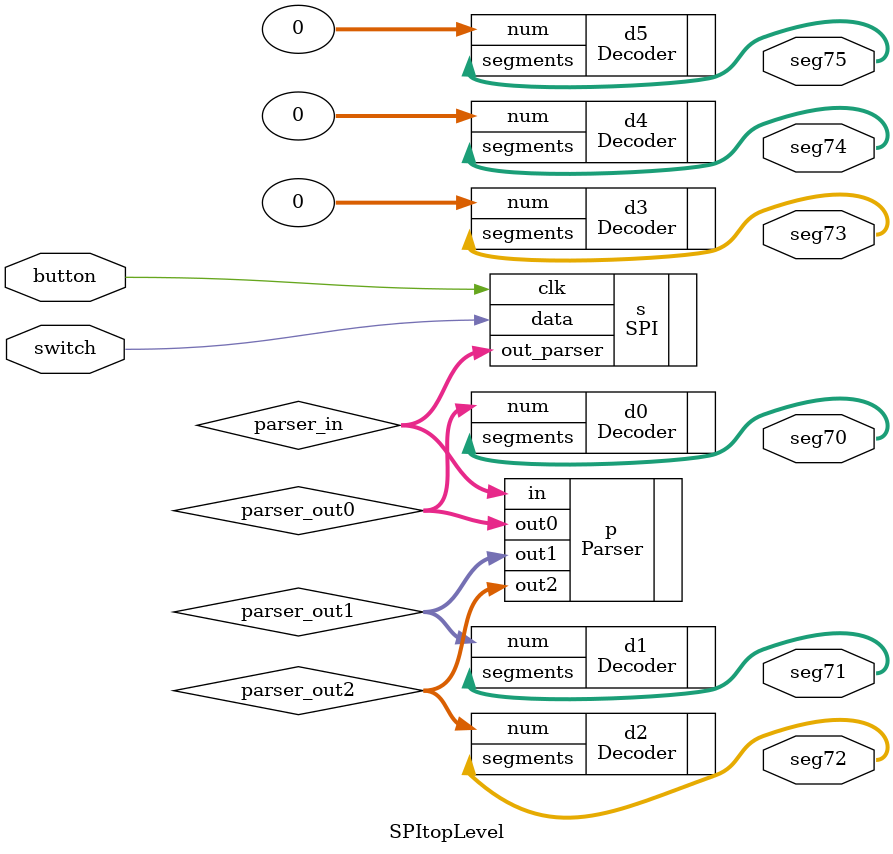
<source format=sv>
module SPItopLevel(
    input logic switch,
    input logic button,
    output logic [6:0] seg70, seg71, seg72, seg73, seg74, seg75
);

    logic [7:0] parser_in;
    logic [3:0] parser_out0, parser_out1, parser_out2;

    SPI s(
        .clk(button),
        .data(switch),
        .out_parser(parser_in)
    );
    
    Parser p(
        .in(parser_in),
        .out0(parser_out0),
        .out1(parser_out1),
        .out2(parser_out2)
    );

    Decoder d0(
        .num(parser_out0),
        .segments(seg70)
    );
    Decoder d1(
        .num(parser_out1),
        .segments(seg71)
    );
    Decoder d2(
        .num(parser_out2),
        .segments(seg72)
    );
    Decoder d3(
        .num(0),
        .segments(seg73)
    );
    Decoder d4(
        .num(0),
        .segments(seg74)
    );
    Decoder d5(
        .num(0),
        .segments(seg75)
    );

endmodule
</source>
